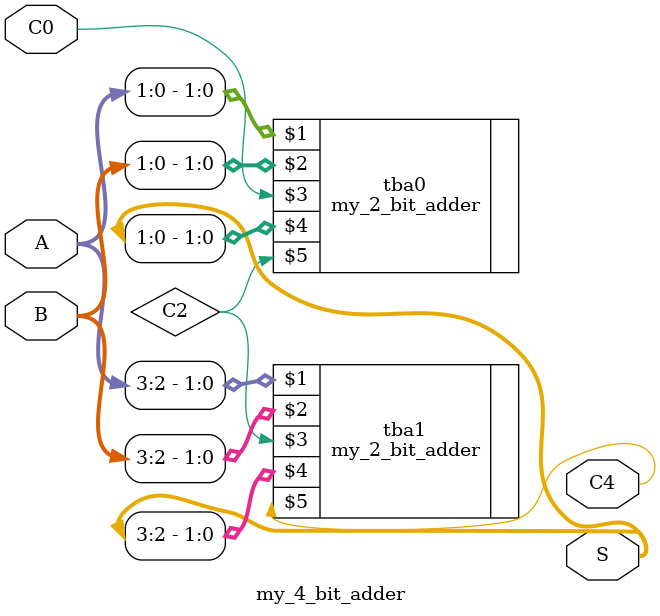
<source format=v>
`timescale 1ns / 1ps


module my_4_bit_adder(
    input [3:0] A,
    input [3:0] B,
    input C0,
    output [3:0] S,
    output C4
    );
    
    wire C2;

    my_2_bit_adder tba0 (A[1:0], B[1:0], C0, S[1:0], C2);
    my_2_bit_adder tba1 (A[3:2], B[3:2], C2, S[3:2], C4);
        
endmodule

</source>
